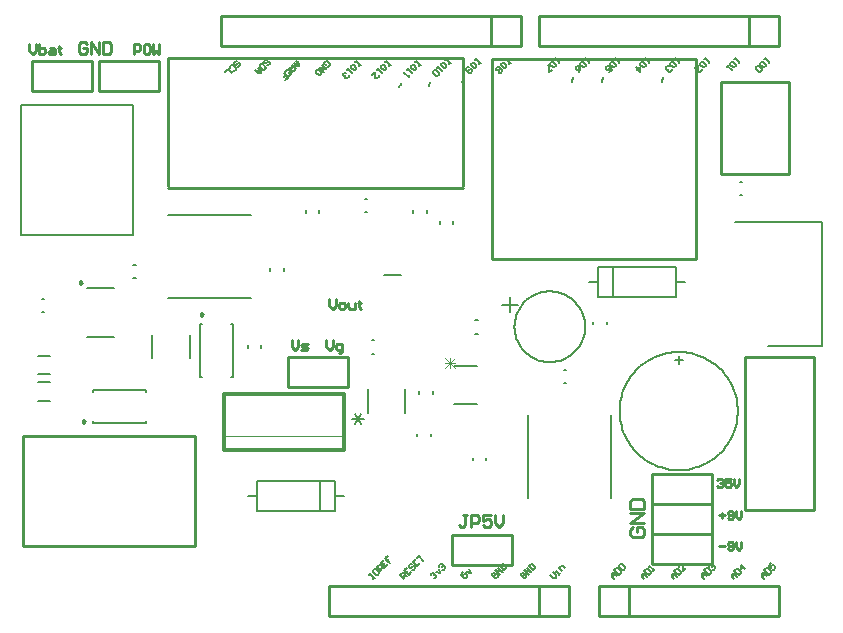
<source format=gto>
G04*
G04 #@! TF.GenerationSoftware,Altium Limited,Altium Designer,19.0.15 (446)*
G04*
G04 Layer_Color=65535*
%FSLAX25Y25*%
%MOIN*%
G70*
G01*
G75*
%ADD10C,0.00787*%
%ADD11C,0.00984*%
%ADD12C,0.00394*%
%ADD13C,0.01000*%
%ADD14C,0.00600*%
%ADD15C,0.01200*%
%ADD16C,0.00400*%
%ADD17C,0.00591*%
%ADD18C,0.00591*%
%ADD19C,0.00300*%
%ADD20C,0.00781*%
%ADD21C,0.00500*%
D10*
X190311Y101536D02*
X190269Y102537D01*
X190141Y103532D01*
X189930Y104512D01*
X189636Y105471D01*
X189262Y106401D01*
X188811Y107296D01*
X188286Y108150D01*
X187689Y108956D01*
X187027Y109708D01*
X186303Y110402D01*
X185523Y111032D01*
X184693Y111593D01*
X183817Y112082D01*
X182904Y112495D01*
X181958Y112829D01*
X180988Y113082D01*
X180000Y113251D01*
X179001Y113336D01*
X177999D01*
X177000Y113251D01*
X176012Y113082D01*
X175041Y112829D01*
X174096Y112495D01*
X173183Y112082D01*
X172307Y111593D01*
X171477Y111032D01*
X170697Y110402D01*
X169973Y109708D01*
X169311Y108956D01*
X168714Y108150D01*
X168189Y107296D01*
X167737Y106401D01*
X167364Y105471D01*
X167070Y104512D01*
X166859Y103532D01*
X166732Y102537D01*
X166689Y101536D01*
X166732Y100534D01*
X166859Y99540D01*
X167070Y98560D01*
X167364Y97601D01*
X167737Y96671D01*
X168189Y95776D01*
X168714Y94922D01*
X169311Y94116D01*
X169973Y93363D01*
X170697Y92670D01*
X171477Y92040D01*
X172307Y91478D01*
X173183Y90989D01*
X174096Y90576D01*
X175041Y90242D01*
X176012Y89990D01*
X177000Y89820D01*
X177999Y89735D01*
X179001D01*
X180000Y89820D01*
X180988Y89990D01*
X181959Y90242D01*
X182904Y90576D01*
X183817Y90989D01*
X184693Y91478D01*
X185523Y92040D01*
X186303Y92670D01*
X187027Y93363D01*
X187689Y94116D01*
X188286Y94922D01*
X188811Y95776D01*
X189263Y96671D01*
X189636Y97601D01*
X189930Y98560D01*
X190141Y99540D01*
X190269Y100534D01*
X190311Y101536D01*
X241142Y73425D02*
X241116Y74422D01*
X241041Y75417D01*
X240915Y76406D01*
X240739Y77388D01*
X240513Y78359D01*
X240239Y79318D01*
X239916Y80262D01*
X239546Y81188D01*
X239130Y82094D01*
X238668Y82978D01*
X238162Y83838D01*
X237614Y84671D01*
X237023Y85474D01*
X236393Y86247D01*
X235724Y86988D01*
X235019Y87693D01*
X234279Y88361D01*
X233506Y88992D01*
X232702Y89582D01*
X231869Y90131D01*
X231010Y90637D01*
X230126Y91098D01*
X229220Y91515D01*
X228293Y91885D01*
X227350Y92207D01*
X226391Y92482D01*
X225419Y92707D01*
X224438Y92883D01*
X223448Y93009D01*
X222454Y93085D01*
X221457Y93110D01*
X220460Y93085D01*
X219465Y93009D01*
X218476Y92883D01*
X217494Y92707D01*
X216523Y92482D01*
X215564Y92207D01*
X214620Y91885D01*
X213694Y91515D01*
X212788Y91098D01*
X211904Y90637D01*
X211044Y90131D01*
X210211Y89582D01*
X209407Y88992D01*
X208634Y88361D01*
X207894Y87693D01*
X207189Y86988D01*
X206521Y86247D01*
X205890Y85474D01*
X205300Y84671D01*
X204751Y83838D01*
X204245Y82978D01*
X203783Y82094D01*
X203367Y81188D01*
X202997Y80262D01*
X202674Y79318D01*
X202400Y78359D01*
X202175Y77388D01*
X201999Y76406D01*
X201873Y75417D01*
X201797Y74422D01*
X201772Y73425D01*
X201797Y72428D01*
X201873Y71434D01*
X201999Y70444D01*
X202175Y69463D01*
X202400Y68491D01*
X202674Y67532D01*
X202997Y66588D01*
X203367Y65662D01*
X203783Y64756D01*
X204245Y63872D01*
X204751Y63012D01*
X205300Y62180D01*
X205890Y61376D01*
X206521Y60603D01*
X207189Y59863D01*
X207894Y59158D01*
X208634Y58489D01*
X209407Y57859D01*
X210211Y57268D01*
X211044Y56720D01*
X211904Y56214D01*
X212788Y55752D01*
X213694Y55335D01*
X214620Y54966D01*
X215564Y54643D01*
X216523Y54369D01*
X217494Y54143D01*
X218476Y53967D01*
X219465Y53841D01*
X220460Y53765D01*
X221457Y53740D01*
X222454Y53765D01*
X223448Y53841D01*
X224438Y53967D01*
X225419Y54143D01*
X226391Y54369D01*
X227350Y54643D01*
X228293Y54966D01*
X229220Y55335D01*
X230126Y55752D01*
X231010Y56214D01*
X231869Y56720D01*
X232702Y57269D01*
X233506Y57859D01*
X234279Y58489D01*
X235019Y59158D01*
X235724Y59863D01*
X236393Y60603D01*
X237023Y61376D01*
X237614Y62180D01*
X238162Y63013D01*
X238668Y63872D01*
X239130Y64756D01*
X239546Y65662D01*
X239916Y66588D01*
X240239Y67532D01*
X240513Y68491D01*
X240739Y69463D01*
X240915Y70444D01*
X241041Y71434D01*
X241116Y72428D01*
X241142Y73425D01*
X192897Y102482D02*
Y103269D01*
X197425Y102482D02*
Y103269D01*
X8032Y85766D02*
X11969D01*
X8032Y91869D02*
X11969D01*
X8032Y76949D02*
X11969D01*
X8032Y83051D02*
X11969D01*
X171221Y44570D02*
Y72129D01*
X198779Y44570D02*
Y72129D01*
X138906Y64996D02*
Y65784D01*
X134378Y64996D02*
Y65784D01*
X119079Y97081D02*
X119866D01*
X119079Y92553D02*
X119866D01*
X240150Y136555D02*
X269300D01*
Y95059D02*
Y136555D01*
X251300Y95059D02*
X269300D01*
X183248Y82736D02*
X184035D01*
X183248Y87264D02*
X184035D01*
X107000Y45000D02*
X110000D01*
X78000D02*
X81000D01*
X102000Y40000D02*
Y50000D01*
X81000D02*
X107000D01*
Y40000D02*
Y50000D01*
X81000Y40000D02*
X107000D01*
X81000D02*
Y50000D01*
X45906Y91260D02*
Y98740D01*
X58504Y91260D02*
Y98740D01*
X24311Y98209D02*
X33366D01*
X24311Y114350D02*
X33366D01*
X39417Y132165D02*
Y145000D01*
X21654Y132165D02*
X39417D01*
X2303D02*
X21654D01*
X2303D02*
Y175472D01*
X39417D01*
Y145000D02*
Y175472D01*
X123161Y118642D02*
X128772D01*
X101665Y139606D02*
Y140394D01*
X97138Y139606D02*
Y140394D01*
X132996Y139606D02*
Y140394D01*
X137524Y139606D02*
Y140394D01*
X89764Y120217D02*
Y121004D01*
X85236Y120217D02*
Y121004D01*
X141736Y135965D02*
Y136752D01*
X146264Y135965D02*
Y136752D01*
X116862Y139744D02*
X117650D01*
X116862Y144272D02*
X117650D01*
X220500Y111331D02*
Y121331D01*
X194500D02*
X220500D01*
X194500Y111331D02*
Y121331D01*
Y111331D02*
X220500D01*
X199500D02*
Y121331D01*
X220500Y116331D02*
X223500D01*
X191500D02*
X194500D01*
X241732Y149902D02*
X242520D01*
X241732Y145374D02*
X242520D01*
X153606Y103823D02*
X154394D01*
X153606Y99295D02*
X154394D01*
X152736Y57106D02*
Y57894D01*
X157264Y57106D02*
Y57894D01*
X134870Y79295D02*
Y80083D01*
X139398Y79295D02*
Y80083D01*
X51181Y111221D02*
X78740D01*
X51181Y138779D02*
X78740D01*
X61988Y84827D02*
Y102543D01*
X73012Y84827D02*
Y102543D01*
X61988Y84827D02*
X62677D01*
X61988Y102543D02*
X62677D01*
X72323Y84827D02*
X73012D01*
X72323Y102543D02*
X73012D01*
X26142Y69488D02*
X43858D01*
X26142Y80512D02*
X43858D01*
Y69488D02*
Y70177D01*
X26142Y69488D02*
Y70177D01*
X43858Y79823D02*
Y80512D01*
X26142Y79823D02*
Y80512D01*
X9134Y110906D02*
X9921D01*
X9134Y106378D02*
X9921D01*
X39606Y122264D02*
X40394D01*
X39606Y117736D02*
X40394D01*
X82264Y94606D02*
Y95394D01*
X77736Y94606D02*
Y95394D01*
D11*
X22539Y116220D02*
X21801Y116647D01*
Y115794D01*
X22539Y116220D01*
X62992Y105685D02*
X62254Y106111D01*
Y105259D01*
X62992Y105685D01*
X23492Y70000D02*
X22754Y70426D01*
Y69574D01*
X23492Y70000D01*
D12*
X17193Y14795D02*
D03*
X17194Y69795D02*
D03*
D13*
X232396Y22500D02*
Y32500D01*
X212396Y22500D02*
X232396D01*
X212396D02*
Y32500D01*
X232396D01*
Y42500D01*
X212396Y32500D02*
X232396D01*
X212396D02*
Y42500D01*
X232396D01*
Y52500D01*
X212396Y42500D02*
Y52500D01*
X232396D01*
X165866Y22205D02*
Y32205D01*
X145866Y22205D02*
X165866D01*
X145866D02*
Y32205D01*
X165866D01*
X111146Y81563D02*
Y91563D01*
X91146Y81563D02*
X111146D01*
X91146D02*
Y91563D01*
X111146D01*
X25866Y180000D02*
Y190000D01*
X5866Y180000D02*
X25866D01*
X5866D02*
Y190000D01*
X25866D01*
X28366D02*
X48366D01*
X28366Y180000D02*
Y190000D01*
Y180000D02*
X48366D01*
Y190000D01*
X159258Y124232D02*
X227368D01*
X159258D02*
Y190768D01*
X227368Y124232D02*
Y190768D01*
X159258D02*
X227368D01*
X258268Y152500D02*
Y183000D01*
X235433Y152500D02*
X258268D01*
X235433Y152665D02*
Y183000D01*
X258268D01*
X51205Y148346D02*
Y191000D01*
Y147846D02*
X149630D01*
Y148346D02*
Y191000D01*
X51205D02*
X149630D01*
X243583Y91390D02*
X266417D01*
X243583Y40556D02*
Y91390D01*
Y40390D02*
X266417D01*
Y91390D01*
X2716Y28500D02*
X60197D01*
Y65000D01*
X2716D02*
X60197D01*
X2716Y28500D02*
Y65000D01*
X175000Y5000D02*
Y15000D01*
X105000D02*
X185000D01*
X105000Y5000D02*
Y15000D01*
Y5000D02*
X185000D01*
Y15000D01*
X245000Y195000D02*
Y205000D01*
X175000D02*
X255000D01*
X175000Y195000D02*
Y205000D01*
Y195000D02*
X255000D01*
Y205000D01*
X159000D02*
X169000D01*
X69000Y195000D02*
X159000D01*
X69000D02*
Y205000D01*
X159000D01*
Y195000D02*
Y205000D01*
Y195000D02*
X169000D01*
Y205000D01*
X195000Y5000D02*
Y10000D01*
Y5000D02*
X205000D01*
Y15000D01*
X255000D01*
Y5000D02*
Y15000D01*
X205000Y5000D02*
X255000D01*
X195000Y15000D02*
X205000D01*
X195000Y10000D02*
Y15000D01*
X206064Y34649D02*
X205277Y33861D01*
Y32287D01*
X206064Y31500D01*
X209213D01*
X210000Y32287D01*
Y33861D01*
X209213Y34649D01*
X207639D01*
Y33074D01*
X210000Y36223D02*
X205277D01*
X210000Y39371D01*
X205277D01*
Y40946D02*
X210000D01*
Y43307D01*
X209213Y44094D01*
X206064D01*
X205277Y43307D01*
Y40946D01*
X105000Y110649D02*
Y108549D01*
X106050Y107500D01*
X107099Y108549D01*
Y110649D01*
X108673Y107500D02*
X109723D01*
X110248Y108025D01*
Y109074D01*
X109723Y109599D01*
X108673D01*
X108149Y109074D01*
Y108025D01*
X108673Y107500D01*
X111297Y109599D02*
Y108025D01*
X111822Y107500D01*
X113396D01*
Y109599D01*
X114971Y110124D02*
Y109599D01*
X114446D01*
X115495D01*
X114971D01*
Y108025D01*
X115495Y107500D01*
X235000Y28582D02*
X236837D01*
X237755Y27664D02*
X238214Y27205D01*
X239132D01*
X239592Y27664D01*
Y29501D01*
X239132Y29960D01*
X238214D01*
X237755Y29501D01*
Y29041D01*
X238214Y28582D01*
X239592D01*
X240510Y29960D02*
Y28123D01*
X241428Y27205D01*
X242347Y28123D01*
Y29960D01*
X235000Y38690D02*
X236837D01*
X235918Y39608D02*
Y37772D01*
X237755D02*
X238214Y37312D01*
X239132D01*
X239592Y37772D01*
Y39608D01*
X239132Y40067D01*
X238214D01*
X237755Y39608D01*
Y39149D01*
X238214Y38690D01*
X239592D01*
X240510Y40067D02*
Y38231D01*
X241428Y37312D01*
X242347Y38231D01*
Y40067D01*
X234252Y50350D02*
X234711Y50809D01*
X235630D01*
X236089Y50350D01*
Y49891D01*
X235630Y49432D01*
X235170D01*
X235630D01*
X236089Y48973D01*
Y48514D01*
X235630Y48054D01*
X234711D01*
X234252Y48514D01*
X238844Y50809D02*
X237007D01*
Y49432D01*
X237925Y49891D01*
X238385D01*
X238844Y49432D01*
Y48514D01*
X238385Y48054D01*
X237466D01*
X237007Y48514D01*
X239762Y50809D02*
Y48973D01*
X240680Y48054D01*
X241599Y48973D01*
Y50809D01*
X150915Y38748D02*
X149603D01*
X150259D01*
Y35468D01*
X149603Y34812D01*
X148947D01*
X148291Y35468D01*
X152227Y34812D02*
Y38748D01*
X154195D01*
X154851Y38092D01*
Y36780D01*
X154195Y36124D01*
X152227D01*
X158787Y38748D02*
X156163D01*
Y36780D01*
X157475Y37436D01*
X158131D01*
X158787Y36780D01*
Y35468D01*
X158131Y34812D01*
X156819D01*
X156163Y35468D01*
X160099Y38748D02*
Y36124D01*
X161410Y34812D01*
X162722Y36124D01*
Y38748D01*
X92500Y97017D02*
Y94918D01*
X93550Y93868D01*
X94599Y94918D01*
Y97017D01*
X95649Y93868D02*
X97223D01*
X97748Y94393D01*
X97223Y94918D01*
X96173D01*
X95649Y95442D01*
X96173Y95967D01*
X97748D01*
X104000Y97017D02*
Y94918D01*
X105050Y93868D01*
X106099Y94918D01*
Y97017D01*
X108198Y92819D02*
X108723D01*
X109248Y93343D01*
Y95967D01*
X107673D01*
X107149Y95442D01*
Y94393D01*
X107673Y93868D01*
X109248D01*
X24277Y195780D02*
X23621Y196436D01*
X22309D01*
X21654Y195780D01*
Y193156D01*
X22309Y192500D01*
X23621D01*
X24277Y193156D01*
Y194468D01*
X22965D01*
X25589Y192500D02*
Y196436D01*
X28213Y192500D01*
Y196436D01*
X29525D02*
Y192500D01*
X31493D01*
X32149Y193156D01*
Y195780D01*
X31493Y196436D01*
X29525D01*
X5000Y195649D02*
Y193550D01*
X6050Y192500D01*
X7099Y193550D01*
Y195649D01*
X8149D02*
Y192500D01*
X9723D01*
X10248Y193025D01*
Y193550D01*
Y194074D01*
X9723Y194599D01*
X8149D01*
X11822D02*
X12871D01*
X13396Y194074D01*
Y192500D01*
X11822D01*
X11297Y193025D01*
X11822Y193550D01*
X13396D01*
X14970Y195124D02*
Y194599D01*
X14446D01*
X15495D01*
X14970D01*
Y193025D01*
X15495Y192500D01*
X39939D02*
Y195649D01*
X41513D01*
X42038Y195124D01*
Y194074D01*
X41513Y193550D01*
X39939D01*
X44662Y195649D02*
X43612D01*
X43088Y195124D01*
Y193025D01*
X43612Y192500D01*
X44662D01*
X45187Y193025D01*
Y195124D01*
X44662Y195649D01*
X46236D02*
Y192500D01*
X47286Y193550D01*
X48335Y192500D01*
Y195649D01*
D14*
X146412Y75914D02*
X154312D01*
X146412Y88314D02*
X154312D01*
X130200Y72826D02*
Y80826D01*
X117800Y72826D02*
Y80826D01*
D15*
X70000Y60524D02*
Y65024D01*
Y60524D02*
X110000D01*
Y65024D01*
X70000Y79024D02*
X110000D01*
Y65024D02*
Y79024D01*
X70000Y65024D02*
Y79024D01*
D16*
Y65024D02*
X110000D01*
D17*
X162500Y108972D02*
X167748D01*
X165124Y111595D02*
Y106348D01*
D18*
X221425Y91862D02*
Y89238D01*
X222737Y90550D02*
X220113D01*
D19*
X143612Y91254D02*
X146944Y87922D01*
X143612D02*
X146944Y91254D01*
X143612Y89588D02*
X146944D01*
X145278Y87922D02*
Y91254D01*
D20*
X112404Y70784D02*
X116621D01*
X113458Y69026D02*
X115567Y72541D01*
X113458D02*
X115567Y69026D01*
D21*
X74236Y188172D02*
X74707D01*
X75178Y188644D01*
X75178Y189115D01*
X74942Y189350D01*
X74471Y189350D01*
X74000Y188879D01*
X73529Y188879D01*
X73293Y189115D01*
X73293Y189586D01*
X73764Y190057D01*
X74236D01*
X72822Y186758D02*
X73293D01*
X73764Y187230D01*
X73764Y187701D01*
X72822Y188644D01*
X72351D01*
X71879Y188172D01*
Y187701D01*
X72586Y186052D02*
X71172Y187465D01*
X70230Y186523D01*
X84236Y188672D02*
X84707D01*
X85178Y189144D01*
X85178Y189615D01*
X84943Y189850D01*
X84471Y189850D01*
X84000Y189379D01*
X83529Y189379D01*
X83293Y189615D01*
X83293Y190086D01*
X83764Y190557D01*
X84236D01*
X84000Y187965D02*
X82586Y189379D01*
X81879Y188672D01*
Y188201D01*
X82822Y187259D01*
X83293D01*
X84000Y187965D01*
X81173D02*
X82115Y187023D01*
Y186080D01*
X81173D01*
X80230Y187023D01*
X80937Y186316D01*
X81879Y187259D01*
X118232Y18914D02*
X118703Y19385D01*
X118468Y19149D01*
X119881Y17736D01*
X119646Y17500D01*
X120117Y17971D01*
X120117Y20799D02*
X119646Y20327D01*
X119646Y19856D01*
X120588Y18914D01*
X121059D01*
X121531Y19385D01*
Y19856D01*
X120588Y20799D01*
X120117D01*
X122238Y20092D02*
X120824Y21506D01*
X121531Y22212D01*
X122002D01*
X122473Y21741D01*
Y21270D01*
X121766Y20563D01*
X122238Y21034D02*
X123180D01*
Y23862D02*
X122238Y22919D01*
X123651Y21506D01*
X124594Y22448D01*
X122944Y22212D02*
X123416Y22684D01*
X124594Y25276D02*
X123651Y24333D01*
X124358Y23626D01*
X124829Y24098D01*
X124358Y23626D01*
X125065Y22919D01*
X130000Y17500D02*
X128586Y18914D01*
X129293Y19621D01*
X129764D01*
X130236Y19149D01*
X130236Y18678D01*
X129529Y17971D01*
X130000Y18442D02*
X130942D01*
Y21270D02*
X130000Y20327D01*
X131414Y18914D01*
X132356Y19856D01*
X130707Y19621D02*
X131178Y20092D01*
X132592Y22448D02*
X132121D01*
X131649Y21977D01*
Y21506D01*
X131885Y21270D01*
X132356Y21270D01*
X132827Y21741D01*
X133299Y21741D01*
X133534Y21506D01*
X133534Y21034D01*
X133063Y20563D01*
X132592D01*
X133770Y24098D02*
X132827Y23155D01*
X134241Y21741D01*
X135184Y22684D01*
X133534Y22448D02*
X134006Y22919D01*
X134241Y24569D02*
X135184Y25511D01*
X134713Y25040D01*
X136126Y23626D01*
X138822Y18678D02*
X138822Y19149D01*
X139293Y19621D01*
X139764D01*
X140000Y19385D01*
Y18914D01*
X139764Y18678D01*
X140000Y18914D01*
X140471Y18914D01*
X140707Y18678D01*
X140707Y18207D01*
X140236Y17736D01*
X139764D01*
X140471Y19856D02*
X141885Y19385D01*
X141414Y20799D01*
X141649Y21506D02*
Y21977D01*
X142121Y22448D01*
X142592D01*
X142827Y22212D01*
Y21741D01*
X142592Y21506D01*
X142827Y21741D01*
X143299Y21741D01*
X143534Y21506D01*
X143534Y21034D01*
X143063Y20563D01*
X142592D01*
X149690Y19856D02*
X148748Y18914D01*
X149454Y18207D01*
X149690Y18914D01*
X149926Y19149D01*
X150397D01*
X150868Y18678D01*
X150868Y18207D01*
X150397Y17736D01*
X149926D01*
X150633Y19856D02*
X152046Y19385D01*
X151575Y20799D01*
X160123Y19621D02*
X159651D01*
X159180Y19149D01*
X159180Y18678D01*
X160123Y17736D01*
X160594D01*
X161065Y18207D01*
X161065Y18678D01*
X160594Y19149D01*
X160123Y18678D01*
X161772Y18914D02*
X160358Y20327D01*
X162715Y19856D01*
X161301Y21270D01*
X161772Y21741D02*
X163186Y20327D01*
X163893Y21034D01*
X163893Y21506D01*
X162950Y22448D01*
X162479D01*
X161772Y21741D01*
X169764Y19621D02*
X169293D01*
X168822Y19149D01*
X168822Y18678D01*
X169764Y17736D01*
X170236D01*
X170707Y18207D01*
X170707Y18678D01*
X170236Y19149D01*
X169764Y18678D01*
X171414Y18914D02*
X170000Y20327D01*
X172356Y19856D01*
X170942Y21270D01*
X171414Y21741D02*
X172827Y20327D01*
X173534Y21034D01*
X173534Y21506D01*
X172592Y22448D01*
X172121D01*
X171414Y21741D01*
X178586Y18914D02*
X179529Y17971D01*
X180471D01*
Y18914D01*
X179529Y19856D01*
X181414Y18914D02*
X181885Y19385D01*
X181649Y19149D01*
X180707Y20092D01*
X180471Y19856D01*
X182592Y20092D02*
X181649Y21034D01*
X182356Y21741D01*
X182827D01*
X183534Y21034D01*
X200000Y17500D02*
X199057Y18442D01*
Y19385D01*
X200000D01*
X200942Y18442D01*
X200236Y19149D01*
X199293Y18207D01*
X200000Y20327D02*
X201414Y18914D01*
X202121Y19621D01*
Y20092D01*
X201178Y21034D01*
X200707D01*
X200000Y20327D01*
X201649Y21506D02*
Y21977D01*
X202121Y22448D01*
X202592D01*
X203534Y21506D01*
X203534Y21034D01*
X203063Y20563D01*
X202592D01*
X201649Y21506D01*
X210000Y17354D02*
X209057Y18297D01*
Y19239D01*
X210000D01*
X210943Y18297D01*
X210236Y19004D01*
X209293Y18061D01*
X210000Y20182D02*
X211414Y18768D01*
X212121Y19475D01*
Y19946D01*
X211178Y20889D01*
X210707D01*
X210000Y20182D01*
X212827D02*
X213299Y20653D01*
X213063Y20417D01*
X211649Y21831D01*
Y21360D01*
X220000Y17354D02*
X219057Y18297D01*
Y19239D01*
X220000D01*
X220942Y18297D01*
X220236Y19004D01*
X219293Y18061D01*
X220000Y20182D02*
X221414Y18768D01*
X222121Y19475D01*
Y19946D01*
X221178Y20889D01*
X220707D01*
X220000Y20182D01*
X223770Y21124D02*
X222828Y20182D01*
Y22067D01*
X222592Y22302D01*
X222121D01*
X221649Y21831D01*
Y21360D01*
X230000Y17500D02*
X229058Y18442D01*
Y19385D01*
X230000D01*
X230943Y18442D01*
X230236Y19149D01*
X229293Y18207D01*
X230000Y20327D02*
X231414Y18914D01*
X232121Y19621D01*
Y20092D01*
X231178Y21034D01*
X230707D01*
X230000Y20327D01*
X231649Y21506D02*
Y21977D01*
X232121Y22448D01*
X232592D01*
X232827Y22212D01*
Y21741D01*
X232592Y21506D01*
X232827Y21741D01*
X233299Y21741D01*
X233534Y21506D01*
X233534Y21034D01*
X233063Y20563D01*
X232592D01*
X240000Y17354D02*
X239057Y18297D01*
Y19239D01*
X240000D01*
X240943Y18297D01*
X240236Y19004D01*
X239293Y18061D01*
X240000Y20182D02*
X241414Y18768D01*
X242121Y19475D01*
Y19946D01*
X241178Y20889D01*
X240707D01*
X240000Y20182D01*
X243534Y20889D02*
X242121Y22302D01*
Y20889D01*
X243063Y21831D01*
X250000Y17500D02*
X249058Y18442D01*
Y19385D01*
X250000D01*
X250942Y18442D01*
X250236Y19149D01*
X249293Y18207D01*
X250000Y20327D02*
X251414Y18914D01*
X252121Y19621D01*
Y20092D01*
X251178Y21034D01*
X250707D01*
X250000Y20327D01*
X252356Y22684D02*
X251414Y21741D01*
X252121Y21034D01*
X252356Y21741D01*
X252592Y21977D01*
X253063D01*
X253534Y21506D01*
X253534Y21034D01*
X253063Y20563D01*
X252592D01*
X251914Y189879D02*
X251443Y189408D01*
X251678Y189644D01*
X250264Y191057D01*
X250500Y191293D01*
X250029Y190822D01*
X250029Y187994D02*
X250500Y188465D01*
X250500Y188937D01*
X249557Y189879D01*
X249086D01*
X248615Y189408D01*
Y188937D01*
X249557Y187994D01*
X250029D01*
X249086Y187523D02*
X249086Y187052D01*
X248615Y186580D01*
X248144D01*
X247201Y187523D01*
X247201Y187994D01*
X247673Y188465D01*
X248144D01*
X249086Y187523D01*
X241914Y189879D02*
X241442Y189408D01*
X241678Y189644D01*
X240264Y191057D01*
X240500Y191293D01*
X240029Y190822D01*
X240029Y187994D02*
X240500Y188465D01*
X240500Y188937D01*
X239558Y189879D01*
X239086D01*
X238615Y189408D01*
Y188937D01*
X239558Y187994D01*
X240029D01*
X237908Y188701D02*
X237437Y188230D01*
X237672Y188465D01*
X239086Y187052D01*
X239086Y187523D01*
X231914Y189879D02*
X231442Y189408D01*
X231678Y189644D01*
X230264Y191057D01*
X230500Y191293D01*
X230029Y190822D01*
X230029Y187994D02*
X230500Y188465D01*
X230500Y188937D01*
X229557Y189879D01*
X229086D01*
X228615Y189408D01*
Y188937D01*
X229557Y187994D01*
X230029D01*
X226966Y187759D02*
X227908Y188701D01*
Y186816D01*
X228144Y186580D01*
X228615D01*
X229086Y187052D01*
X229086Y187523D01*
X221914Y189879D02*
X221443Y189408D01*
X221678Y189644D01*
X220264Y191057D01*
X220500Y191293D01*
X220029Y190822D01*
X220029Y187994D02*
X220500Y188465D01*
X220500Y188937D01*
X219557Y189879D01*
X219086D01*
X218615Y189408D01*
Y188937D01*
X219557Y187994D01*
X220029D01*
X219086Y187523D02*
X219086Y187052D01*
X218615Y186580D01*
X218144D01*
X217908Y186816D01*
Y187287D01*
X218144Y187523D01*
X217908Y187287D01*
X217437Y187287D01*
X217201Y187523D01*
X217201Y187994D01*
X217672Y188465D01*
X218144D01*
X216259Y184695D02*
X216259Y184224D01*
X215788Y183753D01*
X215788Y183282D01*
X211914Y189879D02*
X211442Y189408D01*
X211678Y189644D01*
X210264Y191057D01*
X210500Y191293D01*
X210029Y190822D01*
X210029Y187994D02*
X210500Y188465D01*
X210500Y188937D01*
X209558Y189879D01*
X209086D01*
X208615Y189408D01*
Y188937D01*
X209558Y187994D01*
X210029D01*
X207201D02*
X208615Y186580D01*
Y187994D01*
X207673Y187052D01*
X201914Y189879D02*
X201443Y189408D01*
X201678Y189644D01*
X200264Y191057D01*
X200500Y191293D01*
X200029Y190822D01*
X200029Y187994D02*
X200500Y188465D01*
X200500Y188937D01*
X199557Y189879D01*
X199086D01*
X198615Y189408D01*
Y188937D01*
X199557Y187994D01*
X200029D01*
X198379Y186345D02*
X199322Y187287D01*
X198615Y187994D01*
X198379Y187287D01*
X198144Y187052D01*
X197672D01*
X197201Y187523D01*
X197201Y187994D01*
X197672Y188465D01*
X198144D01*
X196259Y184695D02*
X196259Y184224D01*
X195788Y183753D01*
X195788Y183282D01*
X191914Y189879D02*
X191443Y189408D01*
X191678Y189644D01*
X190264Y191057D01*
X190500Y191293D01*
X190029Y190822D01*
X190029Y187994D02*
X190500Y188465D01*
X190500Y188937D01*
X189558Y189879D01*
X189086D01*
X188615Y189408D01*
Y188937D01*
X189558Y187994D01*
X190029D01*
X188379Y186345D02*
X188615Y187052D01*
Y187994D01*
X188144Y188465D01*
X187672D01*
X187201Y187994D01*
X187201Y187523D01*
X187437Y187287D01*
X187908Y187287D01*
X188615Y187994D01*
X186259Y184695D02*
X186259Y184224D01*
X185787Y183753D01*
X185787Y183282D01*
X181914Y189879D02*
X181442Y189408D01*
X181678Y189644D01*
X180264Y191057D01*
X180500Y191293D01*
X180029Y190822D01*
X180029Y187994D02*
X180500Y188465D01*
X180500Y188937D01*
X179558Y189879D01*
X179086D01*
X178615Y189408D01*
Y188937D01*
X179558Y187994D01*
X180029D01*
X179322Y187287D02*
X178379Y186345D01*
X178144Y186580D01*
Y188465D01*
X177908Y188701D01*
X165414Y189586D02*
X164943Y189115D01*
X165178Y189351D01*
X163764Y190764D01*
X164000Y191000D01*
X163529Y190529D01*
X163529Y187701D02*
X164000Y188172D01*
X164000Y188644D01*
X163057Y189586D01*
X162586D01*
X162115Y189115D01*
Y188644D01*
X163057Y187701D01*
X163529D01*
X162586Y187230D02*
X162586Y186759D01*
X162115Y186287D01*
X161644D01*
X161408Y186523D01*
Y186994D01*
X160937Y186994D01*
X160701Y187230D01*
X160701Y187701D01*
X161172Y188172D01*
X161644D01*
X161879Y187937D01*
Y187466D01*
X162351Y187466D01*
X162586Y187230D01*
X161879Y187466D02*
X161408Y186994D01*
X155414Y189586D02*
X154943Y189115D01*
X155178Y189351D01*
X153764Y190764D01*
X154000Y191000D01*
X153529Y190529D01*
X153529Y187701D02*
X154000Y188172D01*
X154000Y188644D01*
X153058Y189586D01*
X152586D01*
X152115Y189115D01*
Y188644D01*
X153058Y187701D01*
X153529D01*
X151644Y188172D02*
X151172D01*
X150701Y187701D01*
X150701Y187230D01*
X151644Y186287D01*
X152115D01*
X152586Y186759D01*
X152586Y187230D01*
X152351Y187466D01*
X151879Y187466D01*
X151172Y186759D01*
X149759Y184403D02*
X149759Y183931D01*
X149287Y183460D01*
X149287Y182989D01*
X145414Y189586D02*
X144942Y189115D01*
X145178Y189351D01*
X143764Y190764D01*
X144000Y191000D01*
X143529Y190529D01*
X143529Y187701D02*
X144000Y188172D01*
X144000Y188644D01*
X143058Y189586D01*
X142586D01*
X142115Y189115D01*
Y188644D01*
X143058Y187701D01*
X143529D01*
X141408Y188408D02*
X140937Y187937D01*
X141173Y188172D01*
X142586Y186759D01*
X142586Y187230D01*
X141408Y186052D02*
Y185581D01*
X140937Y185109D01*
X140466D01*
X139523Y186052D01*
X139523Y186523D01*
X139994Y186994D01*
X140466D01*
X141408Y186052D01*
X138581Y183224D02*
X138581Y182753D01*
X138109Y182282D01*
X138109Y181811D01*
X135414Y188879D02*
X134942Y188408D01*
X135178Y188644D01*
X133764Y190057D01*
X134000Y190293D01*
X133529Y189822D01*
X133529Y186994D02*
X134000Y187465D01*
X134000Y187937D01*
X133057Y188879D01*
X132586D01*
X132115Y188408D01*
Y187937D01*
X133057Y186994D01*
X133529D01*
X131408Y187701D02*
X130937Y187230D01*
X131173Y187465D01*
X132586Y186052D01*
X132586Y186523D01*
X130230D02*
X129759Y186052D01*
X129994Y186287D01*
X131408Y184873D01*
Y185345D01*
X128816Y182753D02*
X128816Y182282D01*
X128345Y181810D01*
X128345Y181339D01*
X125414Y188879D02*
X124943Y188408D01*
X125178Y188644D01*
X123764Y190057D01*
X124000Y190293D01*
X123529Y189822D01*
X123529Y186994D02*
X124000Y187465D01*
X124000Y187937D01*
X123057Y188879D01*
X122586D01*
X122115Y188408D01*
Y187937D01*
X123057Y186994D01*
X123529D01*
X121408Y187701D02*
X120937Y187230D01*
X121172Y187465D01*
X122586Y186052D01*
X122586Y186523D01*
X119288Y185580D02*
X120230Y186523D01*
Y184638D01*
X120466Y184402D01*
X120937D01*
X121408Y184873D01*
Y185345D01*
X115414Y188879D02*
X114943Y188408D01*
X115178Y188644D01*
X113764Y190057D01*
X114000Y190293D01*
X113529Y189822D01*
X113529Y186994D02*
X114000Y187465D01*
X114000Y187937D01*
X113057Y188879D01*
X112586D01*
X112115Y188408D01*
Y187937D01*
X113057Y186994D01*
X113529D01*
X111408Y187701D02*
X110937Y187230D01*
X111172Y187465D01*
X112586Y186052D01*
X112586Y186523D01*
X111408Y185345D02*
Y184873D01*
X110937Y184402D01*
X110466D01*
X110230Y184638D01*
Y185109D01*
X110466Y185345D01*
X110230Y185109D01*
X109759Y185109D01*
X109523Y185345D01*
X109523Y185816D01*
X109994Y186287D01*
X110466D01*
X104236Y188172D02*
X104707D01*
X105178Y188644D01*
X105178Y189115D01*
X104236Y190057D01*
X103764D01*
X103293Y189586D01*
X103293Y189115D01*
X103764Y188644D01*
X104236Y189115D01*
X102586Y188879D02*
X104000Y187465D01*
X101644Y187937D01*
X103058Y186523D01*
X102586Y186052D02*
X101172Y187465D01*
X100466Y186758D01*
X100466Y186287D01*
X101408Y185345D01*
X101879D01*
X102586Y186052D01*
X94000Y190293D02*
X94942Y189350D01*
Y188408D01*
X94000D01*
X93058Y189350D01*
X93764Y188644D01*
X94707Y189586D01*
X92586Y188879D02*
X94000Y187465D01*
X93293Y186758D01*
X92822D01*
X92351Y187230D01*
Y187701D01*
X93058Y188408D01*
X92586Y187937D02*
X91644D01*
Y185109D02*
X92586Y186052D01*
X91172Y187465D01*
X90230Y186523D01*
X91879Y186758D02*
X91408Y186287D01*
X90230Y183695D02*
X91172Y184638D01*
X90466Y185345D01*
X89994Y184873D01*
X90466Y185345D01*
X89759Y186052D01*
M02*

</source>
